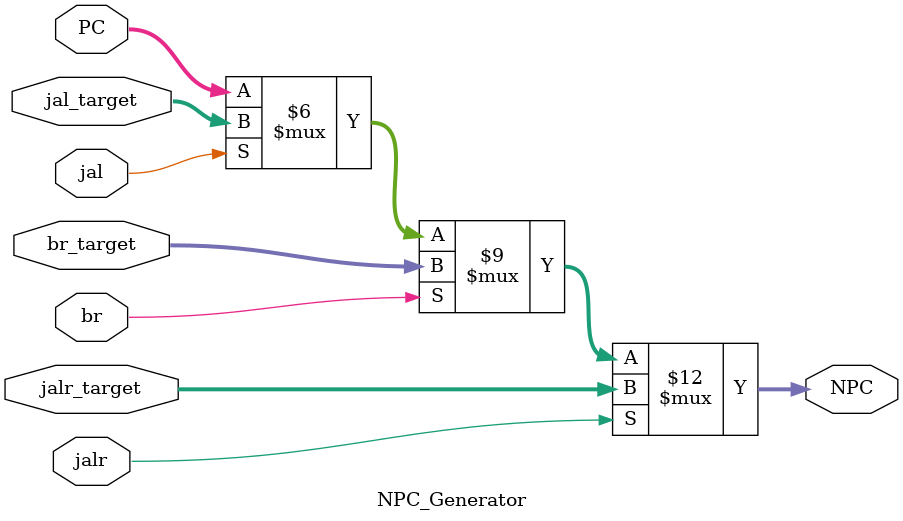
<source format=v>
`timescale 1ns / 1ps


//  功能说明
    //  根据跳转信号，决定执行的下一条指令地址
    //  debug端口用于simulation时批量写入数据，可以忽略
// 输入
    // PC                指令地址（PC + 4, 而非PC）
    // jal_target        jal跳转地址
    // jalr_target       jalr跳转地址
    // br_target         br跳转地址
    // jal               jal == 1时，有jal跳转
    // jalr              jalr == 1时，有jalr跳转
    // br                br == 1时，有br跳转
// 输出
    // NPC               下一条执行的指令地址
// 实验要求  
    // 实现NPC_Generator

module NPC_Generator(
    input wire [31:0] PC, jal_target, jalr_target, br_target,
    input wire jal, jalr, br,
    output reg [31:0] NPC
    );

    // DONE: Complete this module
    always@(*)
    begin
        if (jalr == 1'b1)
        begin
            NPC <= jalr_target;
        end
        else if (br == 1'b1)
        begin
            NPC <= br_target;
        end
        else if (jal == 1'b1)
        begin
            NPC <= jal_target;
        end
        else
        begin
            NPC <= PC;
        end
    end

endmodule

</source>
